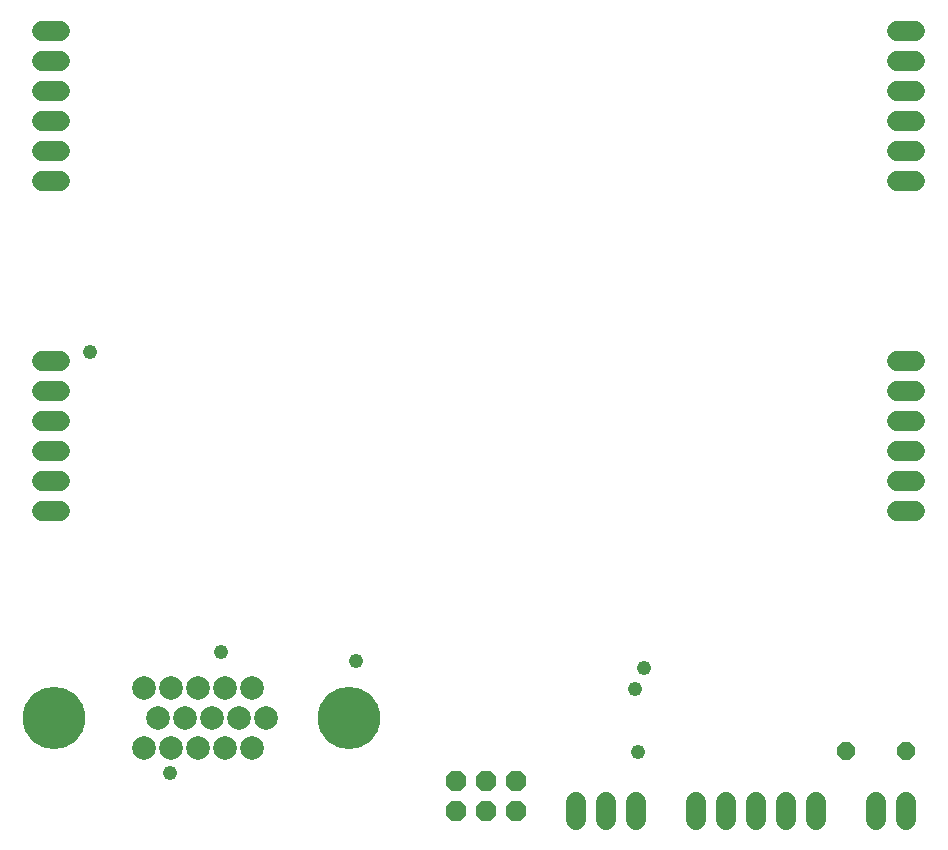
<source format=gts>
G75*
G70*
%OFA0B0*%
%FSLAX24Y24*%
%IPPOS*%
%LPD*%
%AMOC8*
5,1,8,0,0,1.08239X$1,22.5*
%
%ADD10C,0.0789*%
%ADD11C,0.2080*%
%ADD12C,0.0680*%
%ADD13OC8,0.0600*%
%ADD14OC8,0.0680*%
%ADD15C,0.0480*%
D10*
X004700Y005725D03*
X005600Y005725D03*
X006500Y005725D03*
X007400Y005725D03*
X008300Y005725D03*
X007850Y006725D03*
X006950Y006725D03*
X006050Y006725D03*
X005150Y006725D03*
X004700Y007725D03*
X005600Y007725D03*
X006500Y007725D03*
X007400Y007725D03*
X008300Y007725D03*
X008750Y006725D03*
D11*
X011520Y006725D03*
X001680Y006725D03*
D12*
X001900Y013625D02*
X001300Y013625D01*
X001300Y014625D02*
X001900Y014625D01*
X001900Y015625D02*
X001300Y015625D01*
X001300Y016625D02*
X001900Y016625D01*
X001900Y017625D02*
X001300Y017625D01*
X001300Y018625D02*
X001900Y018625D01*
X001900Y024625D02*
X001300Y024625D01*
X001300Y025625D02*
X001900Y025625D01*
X001900Y026625D02*
X001300Y026625D01*
X001300Y027625D02*
X001900Y027625D01*
X001900Y028625D02*
X001300Y028625D01*
X001300Y029625D02*
X001900Y029625D01*
X019100Y003925D02*
X019100Y003325D01*
X020100Y003325D02*
X020100Y003925D01*
X021100Y003925D02*
X021100Y003325D01*
X023100Y003325D02*
X023100Y003925D01*
X024100Y003925D02*
X024100Y003325D01*
X025100Y003325D02*
X025100Y003925D01*
X026100Y003925D02*
X026100Y003325D01*
X027100Y003325D02*
X027100Y003925D01*
X029100Y003925D02*
X029100Y003325D01*
X030100Y003325D02*
X030100Y003925D01*
X030400Y013625D02*
X029800Y013625D01*
X029800Y014625D02*
X030400Y014625D01*
X030400Y015625D02*
X029800Y015625D01*
X029800Y016625D02*
X030400Y016625D01*
X030400Y017625D02*
X029800Y017625D01*
X029800Y018625D02*
X030400Y018625D01*
X030400Y024625D02*
X029800Y024625D01*
X029800Y025625D02*
X030400Y025625D01*
X030400Y026625D02*
X029800Y026625D01*
X029800Y027625D02*
X030400Y027625D01*
X030400Y028625D02*
X029800Y028625D01*
X029800Y029625D02*
X030400Y029625D01*
D13*
X030100Y005625D03*
X028100Y005625D03*
D14*
X017100Y004625D03*
X017100Y003625D03*
X016100Y003625D03*
X016100Y004625D03*
X015100Y004625D03*
X015100Y003625D03*
D15*
X005550Y004875D03*
X007250Y008925D03*
X011750Y008625D03*
X021050Y007675D03*
X021350Y008375D03*
X021150Y005575D03*
X002900Y018925D03*
M02*

</source>
